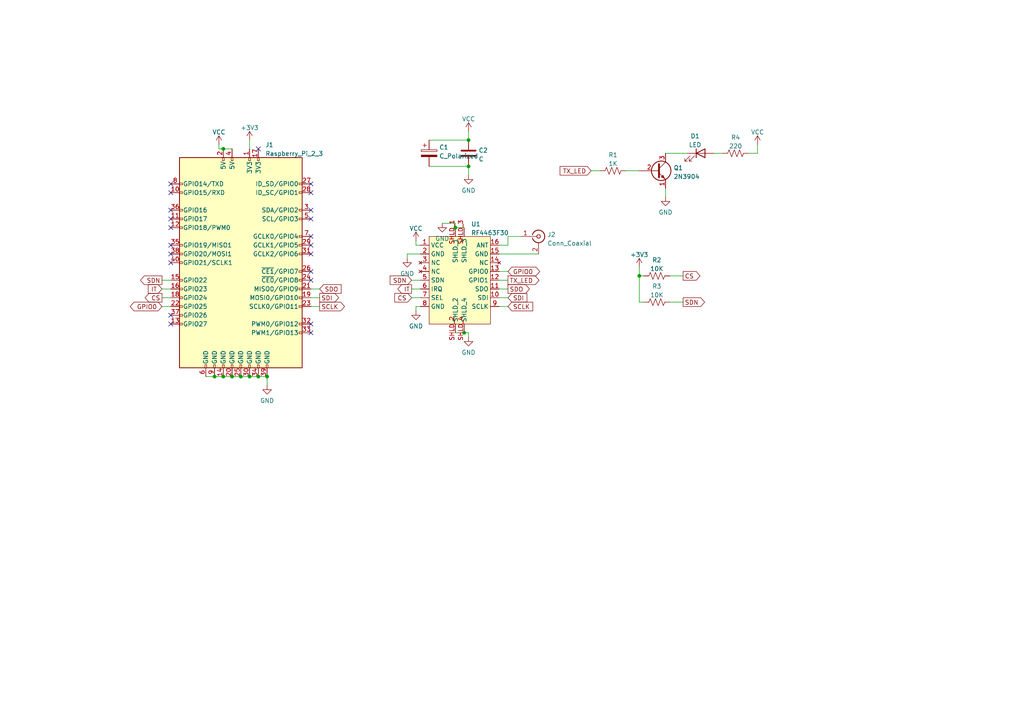
<source format=kicad_sch>
(kicad_sch (version 20211123) (generator eeschema)
  (paper "A4")
  (lib_symbols
    (symbol "Connector:Conn_Coaxial" (pin_names (offset 1.016) hide)
      (property "Reference" "J" (at 0.254 3.048 0))
      (property "Value" "Conn_Coaxial" (at 2.921 0 90))
      (symbol "Conn_Coaxial_0_1"
        (arc (start -1.778 -0.508) (mid 0.2311 -1.8066) (end 1.778 0) (stroke (width 0.254)))
        (polyline (pts (xy -2.54 0) (xy -0.508 0)))
        (polyline (pts (xy 0 -2.54) (xy 0 -1.778)))
        (circle (center 0 0) (radius 0.508) (stroke (width 0.2032)))
        (arc (start 1.778 0) (mid 0.2099 1.8101) (end -1.778 0.508) (stroke (width 0.254)))
      )
      (symbol "Conn_Coaxial_1_1"
        (pin passive line (at -5.08 0 0) (length 2.54) (name "In") (number "1"))
        (pin passive line (at 0 -5.08 90) (length 2.54) (name "Ext") (number "2"))
      )
    )
    (symbol "Connector:Raspberry_Pi_2_3" (pin_names (offset 1.016))
      (property "Reference" "J" (at -17.78 31.75 0))
      (property "Value" "Raspberry_Pi_2_3" (at 10.16 -31.75 0))
      (symbol "Raspberry_Pi_2_3_0_1"
        (rectangle (start -17.78 30.48) (end 17.78 -30.48) (stroke (width 0.254)) (fill (type background)))
      )
      (symbol "Raspberry_Pi_2_3_1_1"
        (rectangle (start -16.891 -17.526) (end -17.78 -18.034))
        (rectangle (start -16.891 -14.986) (end -17.78 -15.494))
        (rectangle (start -16.891 -12.446) (end -17.78 -12.954))
        (rectangle (start -16.891 -9.906) (end -17.78 -10.414))
        (rectangle (start -16.891 -7.366) (end -17.78 -7.874))
        (rectangle (start -16.891 -4.826) (end -17.78 -5.334))
        (rectangle (start -16.891 0.254) (end -17.78 -0.254))
        (rectangle (start -16.891 2.794) (end -17.78 2.286))
        (rectangle (start -16.891 5.334) (end -17.78 4.826))
        (rectangle (start -16.891 10.414) (end -17.78 9.906))
        (rectangle (start -16.891 12.954) (end -17.78 12.446))
        (rectangle (start -16.891 15.494) (end -17.78 14.986))
        (rectangle (start -16.891 20.574) (end -17.78 20.066))
        (rectangle (start -16.891 23.114) (end -17.78 22.606))
        (rectangle (start -10.414 -29.591) (end -9.906 -30.48))
        (rectangle (start -7.874 -29.591) (end -7.366 -30.48))
        (rectangle (start -5.334 -29.591) (end -4.826 -30.48))
        (rectangle (start -5.334 30.48) (end -4.826 29.591))
        (rectangle (start -2.794 -29.591) (end -2.286 -30.48))
        (rectangle (start -2.794 30.48) (end -2.286 29.591))
        (rectangle (start -0.254 -29.591) (end 0.254 -30.48))
        (rectangle (start 2.286 -29.591) (end 2.794 -30.48))
        (rectangle (start 2.286 30.48) (end 2.794 29.591))
        (rectangle (start 4.826 -29.591) (end 5.334 -30.48))
        (rectangle (start 4.826 30.48) (end 5.334 29.591))
        (rectangle (start 7.366 -29.591) (end 7.874 -30.48))
        (rectangle (start 17.78 -20.066) (end 16.891 -20.574))
        (rectangle (start 17.78 -17.526) (end 16.891 -18.034))
        (rectangle (start 17.78 -12.446) (end 16.891 -12.954))
        (rectangle (start 17.78 -9.906) (end 16.891 -10.414))
        (rectangle (start 17.78 -7.366) (end 16.891 -7.874))
        (rectangle (start 17.78 -4.826) (end 16.891 -5.334))
        (rectangle (start 17.78 -2.286) (end 16.891 -2.794))
        (rectangle (start 17.78 2.794) (end 16.891 2.286))
        (rectangle (start 17.78 5.334) (end 16.891 4.826))
        (rectangle (start 17.78 7.874) (end 16.891 7.366))
        (rectangle (start 17.78 12.954) (end 16.891 12.446))
        (rectangle (start 17.78 15.494) (end 16.891 14.986))
        (rectangle (start 17.78 20.574) (end 16.891 20.066))
        (rectangle (start 17.78 23.114) (end 16.891 22.606))
        (pin power_in line (at 2.54 33.02 270) (length 2.54) (name "3V3") (number "1"))
        (pin bidirectional line (at -20.32 20.32 0) (length 2.54) (name "GPIO15/RXD") (number "10"))
        (pin bidirectional line (at -20.32 12.7 0) (length 2.54) (name "GPIO17") (number "11"))
        (pin bidirectional line (at -20.32 10.16 0) (length 2.54) (name "GPIO18/PWM0") (number "12"))
        (pin bidirectional line (at -20.32 -17.78 0) (length 2.54) (name "GPIO27") (number "13"))
        (pin power_in line (at -5.08 -33.02 90) (length 2.54) (name "GND") (number "14"))
        (pin bidirectional line (at -20.32 -5.08 0) (length 2.54) (name "GPIO22") (number "15"))
        (pin bidirectional line (at -20.32 -7.62 0) (length 2.54) (name "GPIO23") (number "16"))
        (pin power_in line (at 5.08 33.02 270) (length 2.54) (name "3V3") (number "17"))
        (pin bidirectional line (at -20.32 -10.16 0) (length 2.54) (name "GPIO24") (number "18"))
        (pin bidirectional line (at 20.32 -10.16 180) (length 2.54) (name "MOSI0/GPIO10") (number "19"))
        (pin power_in line (at -5.08 33.02 270) (length 2.54) (name "5V") (number "2"))
        (pin power_in line (at -2.54 -33.02 90) (length 2.54) (name "GND") (number "20"))
        (pin bidirectional line (at 20.32 -7.62 180) (length 2.54) (name "MISO0/GPIO9") (number "21"))
        (pin bidirectional line (at -20.32 -12.7 0) (length 2.54) (name "GPIO25") (number "22"))
        (pin bidirectional line (at 20.32 -12.7 180) (length 2.54) (name "SCLK0/GPIO11") (number "23"))
        (pin bidirectional line (at 20.32 -5.08 180) (length 2.54) (name "~{CE0}/GPIO8") (number "24"))
        (pin power_in line (at 0 -33.02 90) (length 2.54) (name "GND") (number "25"))
        (pin bidirectional line (at 20.32 -2.54 180) (length 2.54) (name "~{CE1}/GPIO7") (number "26"))
        (pin bidirectional line (at 20.32 22.86 180) (length 2.54) (name "ID_SD/GPIO0") (number "27"))
        (pin bidirectional line (at 20.32 20.32 180) (length 2.54) (name "ID_SC/GPIO1") (number "28"))
        (pin bidirectional line (at 20.32 5.08 180) (length 2.54) (name "GCLK1/GPIO5") (number "29"))
        (pin bidirectional line (at 20.32 15.24 180) (length 2.54) (name "SDA/GPIO2") (number "3"))
        (pin power_in line (at 2.54 -33.02 90) (length 2.54) (name "GND") (number "30"))
        (pin bidirectional line (at 20.32 2.54 180) (length 2.54) (name "GCLK2/GPIO6") (number "31"))
        (pin bidirectional line (at 20.32 -17.78 180) (length 2.54) (name "PWM0/GPIO12") (number "32"))
        (pin bidirectional line (at 20.32 -20.32 180) (length 2.54) (name "PWM1/GPIO13") (number "33"))
        (pin power_in line (at 5.08 -33.02 90) (length 2.54) (name "GND") (number "34"))
        (pin bidirectional line (at -20.32 5.08 0) (length 2.54) (name "GPIO19/MISO1") (number "35"))
        (pin bidirectional line (at -20.32 15.24 0) (length 2.54) (name "GPIO16") (number "36"))
        (pin bidirectional line (at -20.32 -15.24 0) (length 2.54) (name "GPIO26") (number "37"))
        (pin bidirectional line (at -20.32 2.54 0) (length 2.54) (name "GPIO20/MOSI1") (number "38"))
        (pin power_in line (at 7.62 -33.02 90) (length 2.54) (name "GND") (number "39"))
        (pin power_in line (at -2.54 33.02 270) (length 2.54) (name "5V") (number "4"))
        (pin bidirectional line (at -20.32 0 0) (length 2.54) (name "GPIO21/SCLK1") (number "40"))
        (pin bidirectional line (at 20.32 12.7 180) (length 2.54) (name "SCL/GPIO3") (number "5"))
        (pin power_in line (at -10.16 -33.02 90) (length 2.54) (name "GND") (number "6"))
        (pin bidirectional line (at 20.32 7.62 180) (length 2.54) (name "GCLK0/GPIO4") (number "7"))
        (pin bidirectional line (at -20.32 22.86 0) (length 2.54) (name "GPIO14/TXD") (number "8"))
        (pin power_in line (at -7.62 -33.02 90) (length 2.54) (name "GND") (number "9"))
      )
    )
    (symbol "Device:C" (pin_numbers hide) (pin_names (offset 0.254))
      (property "Reference" "C" (at 0.635 2.54 0))
      (property "Value" "C" (at 0.635 -2.54 0))
      (symbol "C_0_1"
        (polyline (pts (xy -2.032 -0.762) (xy 2.032 -0.762)) (stroke (width 0.508)))
        (polyline (pts (xy -2.032 0.762) (xy 2.032 0.762)) (stroke (width 0.508)))
      )
      (symbol "C_1_1"
        (pin passive line (at 0 3.81 270) (length 2.794) (name "~") (number "1"))
        (pin passive line (at 0 -3.81 90) (length 2.794) (name "~") (number "2"))
      )
    )
    (symbol "Device:C_Polarized" (pin_numbers hide) (pin_names (offset 0.254))
      (property "Reference" "C" (at 0.635 2.54 0))
      (property "Value" "C_Polarized" (at 0.635 -2.54 0))
      (symbol "C_Polarized_0_1"
        (rectangle (start -2.286 0.508) (end 2.286 1.016))
        (polyline (pts (xy -1.778 2.286) (xy -0.762 2.286)))
        (polyline (pts (xy -1.27 2.794) (xy -1.27 1.778)))
        (rectangle (start 2.286 -0.508) (end -2.286 -1.016) (fill (type outline)))
      )
      (symbol "C_Polarized_1_1"
        (pin passive line (at 0 3.81 270) (length 2.794) (name "~") (number "1"))
        (pin passive line (at 0 -3.81 90) (length 2.794) (name "~") (number "2"))
      )
    )
    (symbol "Device:LED" (pin_numbers hide) (pin_names (offset 1.016) hide)
      (property "Reference" "D" (at 0 2.54 0))
      (property "Value" "LED" (at 0 -2.54 0))
      (symbol "LED_0_1"
        (polyline (pts (xy -1.27 -1.27) (xy -1.27 1.27)) (stroke (width 0.254)))
        (polyline (pts (xy -1.27 0) (xy 1.27 0)))
        (polyline (pts (xy 1.27 -1.27) (xy 1.27 1.27) (xy -1.27 0) (xy 1.27 -1.27)) (stroke (width 0.254)))
        (polyline (pts (xy -3.048 -0.762) (xy -4.572 -2.286) (xy -3.81 -2.286) (xy -4.572 -2.286) (xy -4.572 -1.524)))
        (polyline (pts (xy -1.778 -0.762) (xy -3.302 -2.286) (xy -2.54 -2.286) (xy -3.302 -2.286) (xy -3.302 -1.524)))
      )
      (symbol "LED_1_1"
        (pin passive line (at -3.81 0 0) (length 2.54) (name "K") (number "1"))
        (pin passive line (at 3.81 0 180) (length 2.54) (name "A") (number "2"))
      )
    )
    (symbol "Device:R_US" (pin_numbers hide) (pin_names (offset 0))
      (property "Reference" "R" (at 2.54 0 90))
      (property "Value" "R_US" (at -2.54 0 90))
      (symbol "R_US_0_1"
        (polyline (pts (xy 0 -2.286) (xy 0 -2.54)))
        (polyline (pts (xy 0 2.286) (xy 0 2.54)))
        (polyline (pts (xy 0 -0.762) (xy 1.016 -1.143) (xy 0 -1.524) (xy -1.016 -1.905) (xy 0 -2.286)))
        (polyline (pts (xy 0 0.762) (xy 1.016 0.381) (xy 0 0) (xy -1.016 -0.381) (xy 0 -0.762)))
        (polyline (pts (xy 0 2.286) (xy 1.016 1.905) (xy 0 1.524) (xy -1.016 1.143) (xy 0 0.762)))
      )
      (symbol "R_US_1_1"
        (pin passive line (at 0 3.81 270) (length 1.27) (name "~") (number "1"))
        (pin passive line (at 0 -3.81 90) (length 1.27) (name "~") (number "2"))
      )
    )
    (symbol "Transistor_BJT:2N3904" (pin_names (offset 0) hide)
      (property "Reference" "Q" (at 5.08 1.905 0))
      (property "Value" "2N3904" (at 5.08 0 0))
      (symbol "2N3904_0_1"
        (polyline (pts (xy 0.635 0.635) (xy 2.54 2.54)))
        (polyline (pts (xy 0.635 -0.635) (xy 2.54 -2.54) (xy 2.54 -2.54)))
        (polyline (pts (xy 0.635 1.905) (xy 0.635 -1.905) (xy 0.635 -1.905)) (stroke (width 0.508)))
        (polyline (pts (xy 1.27 -1.778) (xy 1.778 -1.27) (xy 2.286 -2.286) (xy 1.27 -1.778) (xy 1.27 -1.778)) (fill (type outline)))
        (circle (center 1.27 0) (radius 2.8194) (stroke (width 0.254)))
      )
      (symbol "2N3904_1_1"
        (pin passive line (at 2.54 -5.08 90) (length 2.54) (name "E") (number "1"))
        (pin passive line (at -5.08 0 0) (length 5.715) (name "B") (number "2"))
        (pin passive line (at 2.54 5.08 270) (length 2.54) (name "C") (number "3"))
      )
    )
    (symbol "power:+3V3" (power) (pin_names (offset 0))
      (property "Value" "+3V3" (at 0 3.556 0))
      (symbol "+3V3_0_1"
        (polyline (pts (xy -0.762 1.27) (xy 0 2.54)))
        (polyline (pts (xy 0 0) (xy 0 2.54)))
        (polyline (pts (xy 0 2.54) (xy 0.762 1.27)))
      )
      (symbol "+3V3_1_1"
        (pin power_in line (at 0 0 90) (length 0) hide (name "+3V3") (number "1"))
      )
    )
    (symbol "power:GND" (power) (pin_names (offset 0))
      (property "Value" "GND" (at 0 -3.81 0))
      (symbol "GND_0_1"
        (polyline (pts (xy 0 0) (xy 0 -1.27) (xy 1.27 -1.27) (xy 0 -2.54) (xy -1.27 -1.27) (xy 0 -1.27)))
      )
      (symbol "GND_1_1"
        (pin power_in line (at 0 0 270) (length 0) hide (name "GND") (number "1"))
      )
    )
    (symbol "power:VCC" (power) (pin_names (offset 0))
      (property "Value" "VCC" (at 0 3.81 0))
      (symbol "VCC_0_1"
        (polyline (pts (xy -0.762 1.27) (xy 0 2.54)))
        (polyline (pts (xy 0 0) (xy 0 2.54)))
        (polyline (pts (xy 0 2.54) (xy 0.762 1.27)))
      )
      (symbol "VCC_1_1"
        (pin power_in line (at 0 0 90) (length 0) hide (name "VCC") (number "1"))
      )
    )
    (symbol "scd31:RF4463F30"
      (property "Reference" "U" (at -6.35 16.51 0))
      (property "Value" "RF4463F30" (at 10.16 16.51 0))
      (symbol "RF4463F30_0_1"
        (rectangle (start -7.62 15.24) (end 10.16 -10.16) (fill (type background)))
      )
      (symbol "RF4463F30_1_1"
        (pin power_in line (at -10.16 12.7 0) (length 2.54) (name "VCC") (number "1"))
        (pin input line (at 12.7 -2.54 180) (length 2.54) (name "SDI") (number "10"))
        (pin output line (at 12.7 0 180) (length 2.54) (name "SDO") (number "11"))
        (pin bidirectional line (at 12.7 2.54 180) (length 2.54) (name "GPIO1") (number "12"))
        (pin bidirectional line (at 12.7 5.08 180) (length 2.54) (name "GPIO0") (number "13"))
        (pin no_connect line (at 12.7 7.62 180) (length 2.54) (name "NC") (number "14"))
        (pin power_in line (at 12.7 10.16 180) (length 2.54) (name "GND") (number "15"))
        (pin output line (at 12.7 12.7 180) (length 2.54) (name "ANT") (number "16"))
        (pin power_in line (at -10.16 10.16 0) (length 2.54) (name "GND") (number "2"))
        (pin no_connect line (at -10.16 7.62 0) (length 2.54) (name "NC") (number "3"))
        (pin no_connect line (at -10.16 5.08 0) (length 2.54) (name "NC") (number "4"))
        (pin input line (at -10.16 2.54 0) (length 2.54) (name "SDN") (number "5"))
        (pin output line (at -10.16 0 0) (length 2.54) (name "IRQ") (number "6"))
        (pin input line (at -10.16 -2.54 0) (length 2.54) (name "SEL") (number "7"))
        (pin power_in line (at -10.16 -5.08 0) (length 2.54) (name "GND") (number "8"))
        (pin input line (at 12.7 -5.08 180) (length 2.54) (name "SCLK") (number "9"))
        (pin power_in line (at 0 17.78 270) (length 2.54) (name "SHLD_1") (number "SHLD_1"))
        (pin power_in line (at 0 -12.7 90) (length 2.54) (name "SHLD_2") (number "SHLD_2"))
        (pin power_in line (at 2.54 17.78 270) (length 2.54) (name "SHLD_3") (number "SHLD_3"))
        (pin power_in line (at 2.54 -12.7 90) (length 2.54) (name "SHLD_4") (number "SHLD_4"))
      )
    )
  )
  (junction (at 69.85 109.22))
  (junction (at 185.42 80.01))
  (junction (at 135.89 48.26))
  (junction (at 74.93 109.22))
  (junction (at 134.62 96.52))
  (junction (at 67.31 109.22))
  (junction (at 132.08 66.04))
  (junction (at 72.39 109.22))
  (junction (at 64.77 109.22))
  (junction (at 62.23 109.22))
  (junction (at 64.77 43.18))
  (junction (at 135.89 40.64))
  (junction (at 77.47 109.22))
  (no_connect (at 49.53 71.12))
  (no_connect (at 90.17 96.52))
  (no_connect (at 90.17 60.96))
  (no_connect (at 90.17 53.34))
  (no_connect (at 49.53 91.44))
  (no_connect (at 90.17 78.74))
  (no_connect (at 49.53 76.2))
  (no_connect (at 90.17 81.28))
  (no_connect (at 90.17 93.98))
  (no_connect (at 49.53 55.88))
  (no_connect (at 90.17 73.66))
  (no_connect (at 90.17 71.12))
  (no_connect (at 49.53 53.34))
  (no_connect (at 49.53 60.96))
  (no_connect (at 49.53 63.5))
  (no_connect (at 90.17 68.58))
  (no_connect (at 49.53 66.04))
  (no_connect (at 49.53 73.66))
  (no_connect (at 49.53 93.98))
  (no_connect (at 90.17 63.5))
  (no_connect (at 74.93 43.18))
  (no_connect (at 90.17 55.88))
  (wire (pts (xy 59.69 109.22) (xy 62.23 109.22)))
  (wire (pts (xy 46.99 81.28) (xy 49.53 81.28)))
  (wire (pts (xy 90.17 86.36) (xy 92.71 86.36)))
  (wire (pts (xy 77.47 109.22) (xy 77.47 111.76)))
  (wire (pts (xy 207.01 44.45) (xy 209.55 44.45)))
  (wire (pts (xy 118.11 73.66) (xy 118.11 74.93)))
  (wire (pts (xy 132.08 96.52) (xy 134.62 96.52)))
  (wire (pts (xy 144.78 71.12) (xy 147.32 71.12)))
  (wire (pts (xy 124.46 40.64) (xy 135.89 40.64)))
  (wire (pts (xy 64.77 43.18) (xy 63.5 43.18)))
  (wire (pts (xy 119.38 86.36) (xy 121.92 86.36)))
  (wire (pts (xy 132.08 66.04) (xy 134.62 66.04)))
  (wire (pts (xy 185.42 87.63) (xy 186.69 87.63)))
  (wire (pts (xy 124.46 48.26) (xy 135.89 48.26)))
  (wire (pts (xy 64.77 109.22) (xy 67.31 109.22)))
  (wire (pts (xy 193.04 54.61) (xy 193.04 57.15)))
  (wire (pts (xy 217.17 44.45) (xy 219.71 44.45)))
  (wire (pts (xy 194.31 87.63) (xy 198.12 87.63)))
  (wire (pts (xy 120.65 71.12) (xy 120.65 69.85)))
  (wire (pts (xy 144.78 88.9) (xy 147.32 88.9)))
  (wire (pts (xy 185.42 80.01) (xy 186.69 80.01)))
  (wire (pts (xy 46.99 86.36) (xy 49.53 86.36)))
  (wire (pts (xy 171.45 49.53) (xy 173.99 49.53)))
  (wire (pts (xy 69.85 109.22) (xy 72.39 109.22)))
  (wire (pts (xy 120.65 88.9) (xy 120.65 90.17)))
  (wire (pts (xy 62.23 109.22) (xy 64.77 109.22)))
  (wire (pts (xy 144.78 78.74) (xy 147.32 78.74)))
  (wire (pts (xy 144.78 86.36) (xy 147.32 86.36)))
  (wire (pts (xy 135.89 96.52) (xy 135.89 97.79)))
  (wire (pts (xy 46.99 88.9) (xy 49.53 88.9)))
  (wire (pts (xy 90.17 88.9) (xy 92.71 88.9)))
  (wire (pts (xy 134.62 96.52) (xy 135.89 96.52)))
  (wire (pts (xy 119.38 81.28) (xy 121.92 81.28)))
  (wire (pts (xy 132.08 64.77) (xy 128.27 64.77)))
  (wire (pts (xy 67.31 109.22) (xy 69.85 109.22)))
  (wire (pts (xy 144.78 81.28) (xy 147.32 81.28)))
  (wire (pts (xy 63.5 41.91) (xy 63.5 43.18)))
  (wire (pts (xy 90.17 83.82) (xy 92.71 83.82)))
  (wire (pts (xy 121.92 88.9) (xy 120.65 88.9)))
  (wire (pts (xy 121.92 71.12) (xy 120.65 71.12)))
  (wire (pts (xy 147.32 71.12) (xy 147.32 68.58)))
  (wire (pts (xy 147.32 68.58) (xy 151.13 68.58)))
  (wire (pts (xy 119.38 83.82) (xy 121.92 83.82)))
  (wire (pts (xy 135.89 38.1) (xy 135.89 40.64)))
  (wire (pts (xy 74.93 109.22) (xy 77.47 109.22)))
  (wire (pts (xy 219.71 41.91) (xy 219.71 44.45)))
  (wire (pts (xy 67.31 43.18) (xy 64.77 43.18)))
  (wire (pts (xy 144.78 83.82) (xy 147.32 83.82)))
  (wire (pts (xy 135.89 48.26) (xy 135.89 50.8)))
  (wire (pts (xy 72.39 109.22) (xy 74.93 109.22)))
  (wire (pts (xy 46.99 83.82) (xy 49.53 83.82)))
  (wire (pts (xy 185.42 77.47) (xy 185.42 80.01)))
  (wire (pts (xy 121.92 73.66) (xy 118.11 73.66)))
  (wire (pts (xy 72.39 43.18) (xy 72.39 40.64)))
  (wire (pts (xy 132.08 66.04) (xy 132.08 64.77)))
  (wire (pts (xy 144.78 73.66) (xy 156.21 73.66)))
  (wire (pts (xy 193.04 44.45) (xy 199.39 44.45)))
  (wire (pts (xy 185.42 80.01) (xy 185.42 87.63)))
  (wire (pts (xy 181.61 49.53) (xy 185.42 49.53)))
  (wire (pts (xy 194.31 80.01) (xy 198.12 80.01)))
  (global_label "SDO" (shape output) (at 147.32 83.82 0) (property "Intersheet References" "${INTERSHEET_REFS}" (effects hide)))
  (global_label "SDN" (shape output) (at 198.12 87.63 0) (property "Intersheet References" "${INTERSHEET_REFS}" (effects hide)))
  (global_label "CS" (shape input) (at 119.38 86.36 180) (property "Intersheet References" "${INTERSHEET_REFS}" (effects hide)))
  (global_label "SDO" (shape input) (at 92.71 83.82 0) (property "Intersheet References" "${INTERSHEET_REFS}" (effects hide)))
  (global_label "GPIO0" (shape bidirectional) (at 147.32 78.74 0) (property "Intersheet References" "${INTERSHEET_REFS}" (effects hide)))
  (global_label "TX_LED" (shape input) (at 171.45 49.53 180) (property "Intersheet References" "${INTERSHEET_REFS}" (effects hide)))
  (global_label "SDN" (shape input) (at 119.38 81.28 180) (property "Intersheet References" "${INTERSHEET_REFS}" (effects hide)))
  (global_label "IT" (shape output) (at 119.38 83.82 180) (property "Intersheet References" "${INTERSHEET_REFS}" (effects hide)))
  (global_label "SDN" (shape output) (at 46.99 81.28 180) (property "Intersheet References" "${INTERSHEET_REFS}" (effects hide)))
  (global_label "CS" (shape output) (at 198.12 80.01 0) (property "Intersheet References" "${INTERSHEET_REFS}" (effects hide)))
  (global_label "IT" (shape input) (at 46.99 83.82 180) (property "Intersheet References" "${INTERSHEET_REFS}" (effects hide)))
  (global_label "SDI" (shape output) (at 92.71 86.36 0) (property "Intersheet References" "${INTERSHEET_REFS}" (effects hide)))
  (global_label "SDI" (shape input) (at 147.32 86.36 0) (property "Intersheet References" "${INTERSHEET_REFS}" (effects hide)))
  (global_label "SCLK" (shape input) (at 147.32 88.9 0) (property "Intersheet References" "${INTERSHEET_REFS}" (effects hide)))
  (global_label "GPIO0" (shape bidirectional) (at 46.99 88.9 180) (property "Intersheet References" "${INTERSHEET_REFS}" (effects hide)))
  (global_label "TX_LED" (shape output) (at 147.32 81.28 0) (property "Intersheet References" "${INTERSHEET_REFS}" (effects hide)))
  (global_label "CS" (shape output) (at 46.99 86.36 180) (property "Intersheet References" "${INTERSHEET_REFS}" (effects hide)))
  (global_label "SCLK" (shape output) (at 92.71 88.9 0) (property "Intersheet References" "${INTERSHEET_REFS}" (effects hide)))
  (symbol (lib_id "Device:R_US") (at 213.36 44.45 90) (unit 1)
    (property "Reference" "R4" (at 213.36 39.8612 90))
    (property "Value" "220" (at 213.36 42.3981 90))
    (property "Footprint" "Resistor_THT:R_Axial_DIN0204_L3.6mm_D1.6mm_P2.54mm_Vertical" (effects hide))
  )
  (symbol (lib_id "Connector:Raspberry_Pi_2_3") (at 69.85 76.2 0) (unit 1)
    (property "Reference" "J1" (at 76.9494 42.0202 0) (effects (justify left)))
    (property "Value" "Raspberry_Pi_2_3" (at 76.9494 44.5571 0) (effects (justify left)))
    (property "Footprint" "Module:Raspberry_Pi_Zero_Socketed_THT_FaceDown_MountingHoles" (effects hide))
    (property "Datasheet" "https://www.raspberrypi.org/documentation/hardware/raspberrypi/schematics/rpi_SCH_3bplus_1p0_reduced.pdf" (effects hide))
  )
  (symbol (lib_id "power:GND") (at 193.04 57.15 0) (unit 1)
    (property "Reference" "#PWR0101" (effects hide))
    (property "Value" "GND" (at 193.04 61.5934 0))
  )
  (symbol (lib_id "power:VCC") (at 63.5 41.91 0) (unit 1)
    (property "Reference" "#PWR0105" (effects hide))
    (property "Value" "VCC" (at 63.5 38.3342 0))
  )
  (symbol (lib_id "power:VCC") (at 219.71 41.91 0) (unit 1)
    (property "Reference" "#PWR0102" (effects hide))
    (property "Value" "VCC" (at 219.71 38.3342 0))
  )
  (symbol (lib_id "scd31:RF4463F30") (at 132.08 83.82 0) (unit 1)
    (property "Reference" "U1" (at 136.6394 65.0072 0) (effects (justify left)))
    (property "Value" "RF4463F30" (at 136.6394 67.5441 0) (effects (justify left)))
    (property "Footprint" "npr70:RF4463F30" (effects hide))
  )
  (symbol (lib_id "Transistor_BJT:2N3904") (at 190.5 49.53 0) (unit 1)
    (property "Reference" "Q1" (at 195.3514 48.6953 0) (effects (justify left)))
    (property "Value" "2N3904" (at 195.3514 51.2322 0) (effects (justify left)))
    (property "Footprint" "Package_TO_SOT_THT:TO-92_Inline" (effects hide))
    (property "Datasheet" "https://www.onsemi.com/pub/Collateral/2N3903-D.PDF" (effects hide))
  )
  (symbol (lib_id "Device:LED") (at 203.2 44.45 0) (unit 1)
    (property "Reference" "D1" (at 201.6125 39.4802 0))
    (property "Value" "LED" (at 201.6125 42.0171 0))
    (property "Footprint" "LED_THT:LED_D5.0mm" (effects hide))
  )
  (symbol (lib_id "power:GND") (at 118.11 74.93 0) (unit 1)
    (property "Reference" "#PWR0110" (effects hide))
    (property "Value" "GND" (at 118.11 79.3734 0))
  )
  (symbol (lib_id "power:GND") (at 120.65 90.17 0) (unit 1)
    (property "Reference" "#PWR0109" (effects hide))
    (property "Value" "GND" (at 120.65 94.6134 0))
  )
  (symbol (lib_id "power:GND") (at 135.89 97.79 0) (unit 1)
    (property "Reference" "#PWR0107" (effects hide))
    (property "Value" "GND" (at 135.89 102.2334 0))
  )
  (symbol (lib_id "power:GND") (at 128.27 64.77 0) (unit 1)
    (property "Reference" "#PWR0108" (effects hide))
    (property "Value" "GND" (at 128.27 69.2134 0))
  )
  (symbol (lib_id "Device:R_US") (at 190.5 80.01 90) (unit 1)
    (property "Reference" "R2" (at 190.5 75.4212 90))
    (property "Value" "10K" (at 190.5 77.9581 90))
    (property "Footprint" "Resistor_THT:R_Axial_DIN0204_L3.6mm_D1.6mm_P2.54mm_Vertical" (effects hide))
  )
  (symbol (lib_id "Device:R_US") (at 190.5 87.63 90) (unit 1)
    (property "Reference" "R3" (at 190.5 83.0412 90))
    (property "Value" "10K" (at 190.5 85.5781 90))
    (property "Footprint" "Resistor_THT:R_Axial_DIN0204_L3.6mm_D1.6mm_P2.54mm_Vertical" (effects hide))
  )
  (symbol (lib_id "power:+3V3") (at 72.39 40.64 0) (unit 1)
    (property "Reference" "#PWR0106" (effects hide))
    (property "Value" "+3V3" (at 72.39 37.0642 0))
  )
  (symbol (lib_id "Device:C_Polarized") (at 124.46 44.45 0) (unit 1)
    (property "Reference" "C1" (at 127.381 42.7263 0) (effects (justify left)))
    (property "Value" "C_Polarized" (at 127.381 45.2632 0) (effects (justify left)))
    (property "Footprint" "Capacitor_THT:CP_Radial_D6.3mm_P2.50mm" (effects hide))
  )
  (symbol (lib_id "Device:C") (at 135.89 44.45 0) (unit 1)
    (property "Reference" "C2" (at 138.811 43.6153 0) (effects (justify left)))
    (property "Value" "C" (at 138.811 46.1522 0) (effects (justify left)))
    (property "Footprint" "Capacitor_THT:C_Radial_D4.0mm_H5.0mm_P1.50mm" (effects hide))
  )
  (symbol (lib_id "power:VCC") (at 135.89 38.1 0) (unit 1)
    (property "Reference" "#PWR0113" (effects hide))
    (property "Value" "VCC" (at 135.89 34.5242 0))
  )
  (symbol (lib_id "Connector:Conn_Coaxial") (at 156.21 68.58 0) (unit 1)
    (property "Reference" "J2" (at 158.75 68.0385 0) (effects (justify left)))
    (property "Value" "Conn_Coaxial" (at 158.75 70.5754 0) (effects (justify left)))
    (property "Footprint" "Connector_Coaxial:SMA_Amphenol_132289_EdgeMount" (effects hide))
    (property "Datasheet" " ~" (effects hide))
  )
  (symbol (lib_id "power:VCC") (at 120.65 69.85 0) (unit 1)
    (property "Reference" "#PWR0111" (effects hide))
    (property "Value" "VCC" (at 120.65 66.2742 0))
  )
  (symbol (lib_id "power:GND") (at 135.89 50.8 0) (unit 1)
    (property "Reference" "#PWR0112" (effects hide))
    (property "Value" "GND" (at 135.89 55.2434 0))
  )
  (symbol (lib_id "power:+3V3") (at 185.42 77.47 0) (unit 1)
    (property "Reference" "#PWR0103" (effects hide))
    (property "Value" "+3V3" (at 185.42 73.8942 0))
  )
  (symbol (lib_id "power:GND") (at 77.47 111.76 0) (unit 1)
    (property "Reference" "#PWR0104" (effects hide))
    (property "Value" "GND" (at 77.47 116.2034 0))
  )
  (symbol (lib_id "Device:R_US") (at 177.8 49.53 90) (unit 1)
    (property "Reference" "R1" (at 177.8 44.9412 90))
    (property "Value" "1K" (at 177.8 47.4781 90))
    (property "Footprint" "Resistor_THT:R_Axial_DIN0204_L3.6mm_D1.6mm_P2.54mm_Vertical" (effects hide))
  )
)
</source>
